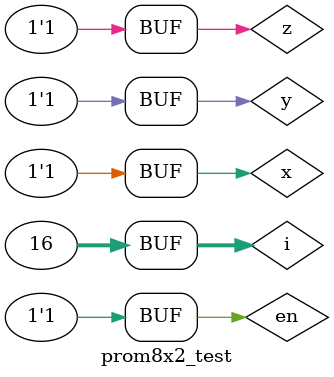
<source format=v>
module prom8x2_test;
wire f1,f2;
reg x,y,z,en;
integer i;
prom8x2 jithin(x,y,z,en,f1,f2);
initial begin
for(i=0;i<16;i=i+1)
begin
{en,x,y,z}=i;
#20;
end
end
endmodule

</source>
